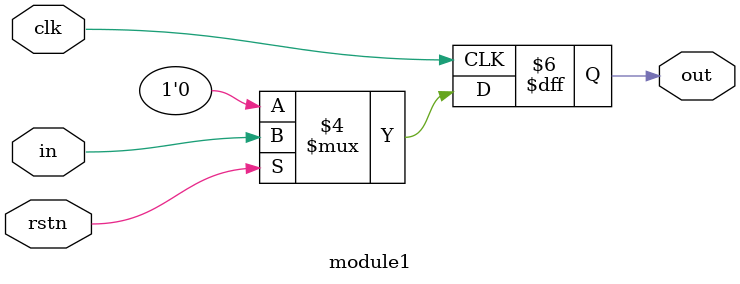
<source format=v>
/***********************************************************************************************
FILE NAME           module1.v
DEPARTMENT          Logic
AUTHOR              XU Lu
AUTHOR'S EMAIL      xu.lu@tnc.ltd
------------------------------------------------------------------------------------------------
RELEASE HISTORY
VERSION             DATE            AUTHOR      DESCRIPTION
1.0                 2024-06-28      XU Lu       Initial
------------------------------------------------------------------------------------------------
KEYWORDS            pre process, sync word
------------------------------------------------------------------------------------------------
PURPOSE             use for match sync word and output frame data with defined length
***********************************************************************************************/

/**********************************************************************************************
MODULE DEFINITION
**********************************************************************************************/
`timescale  1ns / 1ps
module module1 (
    // RESET & CLOCK
    input  wire clk,
    input  wire rstn,
    // IN INTERFACE
    input  wire in,
    // OUTPUT INTERFACE
    output reg out
);

    /***************************************
        PARAMETER SEGMENT
    ***************************************/

    /***************************************
        WIRE SEGMENT
    ***************************************/

    /***************************************
        REGISTER SEGMENT
    ***************************************/

    /***************************************
        INSTANCE SEGMENT
    ***************************************/

    /***************************************
        ASSIGN SEGMENT
    ***************************************/

    /***************************************
        ALWAYS SEGMENT
    ***************************************/
    always @(posedge clk) begin
        if(~rstn) begin
            out <= 1'b0;
        end else begin
            out <= in;
        end
    end

endmodule // <--- module1 module end

</source>
